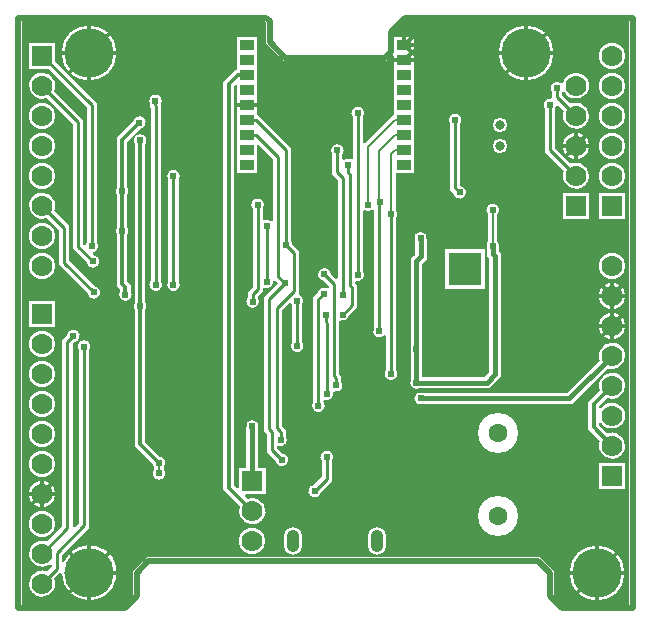
<source format=gbr>
G04 ================== begin FILE IDENTIFICATION RECORD ==================*
G04 Layout Name:  STEVAL-STLCX01V1.brd*
G04 Film Name:    STEVAL-STLCX01V1-06BOT.GBR*
G04 File Format:  Gerber RS274X*
G04 File Origin:  Cadence Allegro 16.5-P002*
G04 Origin Date:  Mon May 16 11:09:18 2016*
G04 *
G04 Layer:  VIA CLASS/BOTTOM*
G04 Layer:  PIN/BOTTOM*
G04 Layer:  ETCH/BOTTOM*
G04 Layer:  BOARD GEOMETRY/TOOLING_CORNERS*
G04 *
G04 Offset:    (0.0000 0.0000)*
G04 Mirror:    No*
G04 Mode:      Positive*
G04 Rotation:  0*
G04 FullContactRelief:  No*
G04 UndefLineWidth:     0.0000*
G04 ================== end FILE IDENTIFICATION RECORD ====================*
%FSLAX25Y25*MOMM*%
%IR0*IPPOS*OFA0.00000B0.00000*MIA0B0*SFA1.00000B1.00000*%
%ADD15R,1.2X.89*%
%ADD17C,.8*%
%ADD13C,.6096*%
%ADD14O,1.05X1.9*%
%ADD16C,1.6*%
%ADD12C,4.191*%
%ADD10C,1.778*%
%ADD11R,1.778X1.778*%
%ADD18C,.2*%
%ADD19C,.3*%
%ADD20C,.4*%
%ADD21C,.5*%
%ADD22C,.25*%
%ADD24C,3.4004*%
%ADD27R,2.2324X2.2324*%
%ADD26C,2.2324*%
%ADD29C,1.2544*%
%ADD23O,1.5044X2.3544*%
%ADD28C,4.6454*%
%ADD25R,3.3544X3.3544*%
G75*
%LPD*%
G75*
G36*
G01X2595460Y1763830D02*
G03X2662660Y1822590I14544J51173D01*
G02X2675480Y1833820I10054J1456D01*
G03X2732520Y1916970I14519J51180D01*
G01Y1965590D01*
X2713520Y1984590D01*
Y2425340D01*
G02X2727100Y2434900I10159J-6D01*
G03X2797430Y2475980I17899J50099D01*
G01X2797700Y2477570D01*
X2867520Y2547390D01*
Y2732610D01*
X2852040Y2748090D01*
Y2759980D01*
G02X2863850Y2770010I10160J4D01*
G03X2915020Y2854470I8648J52491D01*
G01Y3362070D01*
G02X2930760Y3370550I10158J-7D01*
G03X2995530Y3375410I29232J44449D01*
G02X3012480Y3367850I6789J-7561D01*
G01Y2374740D01*
G03X3094730Y2307390I42526J-31964D01*
G02X3112480Y2300640I7590J-6753D01*
G01Y2016970D01*
G03X3197520I42520J-31970D01*
G01Y3303030D01*
G03X3195020Y3370050I-42521J31971D01*
G01Y3684780D01*
X3347720D01*
Y4835220D01*
X3180000D01*
Y4867570D01*
X3282430Y4970000D01*
X5170000D01*
Y30000D01*
X4612430D01*
X4530000Y112430D01*
Y312430D01*
X4412430Y430000D01*
X1087570D01*
X970000Y312430D01*
Y112430D01*
X887570Y30000D01*
X30000D01*
Y4970000D01*
X2087570D01*
X2100000Y4957570D01*
Y4777570D01*
X2247570Y4630000D01*
X3112430D01*
X3164940Y4682510D01*
G02X3182280Y4675320I7180J-7188D01*
G01Y4173020D01*
X3171420D01*
X2932360Y3933960D01*
G02X2915020Y3941140I-7181J7186D01*
G01Y4160530D01*
G03X2829980I-42520J31970D01*
G01Y3807900D01*
G02X2815040Y3798940I-10159J4D01*
G03X2758660Y3794990I-25040J-46940D01*
G02X2742520Y3803200I-5981J8213D01*
G01Y3843030D01*
G03X2657480I-42520J31970D01*
G01Y3674940D01*
X2705030Y3627390D01*
Y2794630D01*
G02X2687690Y2787450I-10158J3D01*
G01X2642700Y2832430D01*
X2642430Y2834020D01*
G03X2580980Y2772570I-52430J-9020D01*
G01X2582570Y2772300D01*
X2628480Y2726390D01*
Y2713890D01*
G02X2612980Y2705250I-10159J2D01*
G03X2532570Y2669020I-27979J-45249D01*
G01X2532300Y2667430D01*
X2497480Y2632610D01*
Y1744970D01*
G03X2583450Y1743700I42522J-31970D01*
G01X2582520Y1745020D01*
Y1754050D01*
G02X2595460Y1763830I10161J6D01*
G37*
%LPC*%
G75*
G36*
G01X367520Y396670D02*
G03X387000Y392620I10161J0D01*
G02X367920Y290670I213000J-92624D01*
G03X350580Y297450I-10153J-403D01*
G01X303080Y249950D01*
X304260Y246870D01*
G02X242910Y310040I-104255J-39875D01*
G01X282480Y349610D01*
Y363020D01*
G03X266290Y371190I-10158J-3D01*
G02X239870Y565260I-66287J89809D01*
G01X242950Y564080D01*
X372480Y693610D01*
Y2272610D01*
X412300Y2312430D01*
X412570Y2314020D01*
G02X474020Y2252570I52430J-9020D01*
G01X472430Y2252300D01*
X457520Y2237390D01*
Y687180D01*
G03X474860Y680000I10158J3D01*
G01X512480Y717610D01*
Y2183030D01*
G02X597520I42520J31970D01*
G01Y682390D01*
X367520Y452390D01*
Y396670D01*
G37*
G36*
G01X4615740Y4208870D02*
X4616920Y4211950D01*
X4570000Y4258870D01*
G03X4552740Y4253020I-7187J-7181D01*
G02X4542520Y4228030I-52739J6984D01*
G01Y3898610D01*
X4677090Y3764040D01*
G02X4615740Y3700870I42905J-103045D01*
G01X4616920Y3703950D01*
X4457480Y3863390D01*
Y4228030D01*
G02X4504890Y4312980I42521J31974D01*
G03X4515980Y4323090I932J10115D01*
G01Y4371530D01*
G02X4594440Y4442730I42520J31975D01*
G03X4611200Y4447950I6860J7490D01*
G02X4620270Y4372870I108799J-24944D01*
G03X4602740Y4373950I-9079J-4558D01*
G02X4601020Y4371530I-44206J29598D01*
G01Y4348110D01*
X4677090Y4272040D01*
G02X4615740Y4208870I42905J-103045D01*
G37*
G36*
G01X3740520Y4101030D02*
Y3573080D01*
X3744680Y3572310D01*
G02X3682570Y3510980I-9681J-52311D01*
G01X3682300Y3512570D01*
X3655480Y3539390D01*
Y4101030D01*
G02X3740520I42520J31970D01*
G37*
G36*
G01X577480Y3096970D02*
Y4239390D01*
X251490Y4565380D01*
X88380D01*
Y4788620D01*
X311620D01*
Y4625510D01*
X662520Y4274610D01*
Y3096970D01*
G02X633310Y3013490I-42521J-31972D01*
G03X628660Y2996470I2536J-9838D01*
G01X637430Y2987700D01*
X639020Y2987430D01*
G02X577570Y2925980I-9020J-52430D01*
G01X577300Y2927570D01*
X462480Y3042390D01*
Y4100390D01*
X242950Y4319920D01*
X239870Y4318740D01*
G02X304260Y4383130I-39870J104260D01*
G01X303080Y4380050D01*
X547520Y4135610D01*
Y3077610D01*
X551470Y3073660D01*
G03X568490Y3078310I7182J7186D01*
G02X577480Y3096970I51506J-13319D01*
G37*
G36*
G01X1117480Y4263030D02*
G02X1204520Y4265880I42520J31971D01*
G01Y2769970D01*
G02X1119480I-42520J-31970D01*
G01Y4237390D01*
X1117480Y4239390D01*
Y4263030D01*
G37*
G36*
G01X1355020Y3625530D02*
Y2769470D01*
G02X1269980I-42520J-31970D01*
G01Y3625530D01*
G02X1355020I42520J31970D01*
G37*
G36*
G01X427520Y3239610D02*
Y2942610D01*
X644930Y2725200D01*
X646520Y2724930D01*
G02X585070Y2663480I-9020J-52430D01*
G01X584800Y2665070D01*
X342480Y2907390D01*
Y3204390D01*
X242950Y3303920D01*
X239870Y3302740D01*
G02X304260Y3367130I-39870J104260D01*
G01X303080Y3364050D01*
X427520Y3239610D01*
G37*
G36*
G01X1037120Y4059440D02*
X1035770Y4059100D01*
X922520Y3945850D01*
Y3558350D01*
G02Y3501650I-45020J-28350D01*
G01Y3220850D01*
G02Y3164150I-45020J-28350D01*
G01Y2764130D01*
X950020Y2736630D01*
Y2683350D01*
G02X859270Y2682180I-45017J-28350D01*
G01X859980Y2683380D01*
Y2699330D01*
X832480Y2726830D01*
Y3164150D01*
G02Y3220850I45020J28350D01*
G01Y3501650D01*
G02Y3558350I45020J28350D01*
G01Y3983150D01*
X972100Y4122770D01*
X972440Y4124120D01*
G02X1037120Y4059440I51560J-13120D01*
G37*
G36*
G01X2657520Y1229630D02*
Y1079890D01*
X2560200Y982570D01*
X2559930Y980980D01*
G02X2498480Y1042430I-52430J9020D01*
G01X2500070Y1042700D01*
X2572480Y1115110D01*
Y1194410D01*
X2567480Y1199410D01*
Y1248030D01*
G02X2653450Y1249300I42522J31970D01*
G01X2652520Y1247990D01*
Y1234630D01*
X2657520Y1229630D01*
G37*
G36*
G01X1918630Y945040D02*
X1939580Y924090D01*
X1942600Y925170D01*
G02X1875940Y860390I37398J-105171D01*
G01X1734980Y1001350D01*
Y4457150D01*
X1836850Y4559020D01*
X1852280D01*
Y4835220D01*
X2017720D01*
Y4175520D01*
X2027110D01*
X2307520Y3895110D01*
Y3106970D01*
G02X2317430Y3084020I-42518J-31974D01*
G01X2317700Y3082430D01*
X2377520Y3022610D01*
Y2667390D01*
X2376200Y2666070D01*
G03X2379640Y2649440I7185J-7185D01*
G02X2402520Y2568030I-19641J-49440D01*
G01Y2251970D01*
G02X2317480I-42520J-31970D01*
G01Y2568030D01*
G02X2310560Y2580360I42520J31971D01*
G03X2293930Y2583800I-9445J-3745D01*
G01X2232520Y2522390D01*
Y1540130D01*
X2255880Y1516770D01*
Y1512230D01*
X2262520Y1505590D01*
Y1456970D01*
G02X2201260Y1375210I-42522J-31970D01*
G03X2187520Y1365700I-3580J-9508D01*
G01Y1357610D01*
X2237430Y1307700D01*
X2239020Y1307430D01*
G02X2177570Y1245980I-9020J-52430D01*
G01X2177300Y1247570D01*
X2102480Y1322390D01*
Y1477390D01*
X2077480Y1502390D01*
Y2632610D01*
X2194870Y2750000D01*
X2172950Y2771920D01*
G03X2155620Y2764370I-7178J-7189D01*
G02X2081650Y2713480I-53168J-1922D01*
G03X2067520Y2704130I-3972J-9350D01*
G01Y2682820D01*
X2025070Y2640370D01*
Y2627010D01*
X2026000Y2625700D01*
G02X1940030Y2626970I-43448J-30700D01*
G01Y2675590D01*
X1982480Y2718040D01*
Y3383030D01*
G02X2067520I42520J31970D01*
G01Y3293320D01*
G03X2081650Y3283970I10158J0D01*
G02X2139710Y3272980I20801J-48968D01*
G03X2156980Y3280230I7112J7253D01*
G01Y3800890D01*
X2035060Y3922800D01*
G03X2017720Y3915620I-7182J-7183D01*
G01Y3684780D01*
X1852280D01*
Y4422580D01*
G03X1834940Y4429770I-10159J4D01*
G01X1825020Y4419850D01*
Y1038650D01*
X1851040Y1012630D01*
G03X1868380Y1019820I7181J7186D01*
G01Y1185620D01*
X1929980D01*
Y1521860D01*
X1929700Y1522670D01*
G02X2030300I50300J17330D01*
G01X2030020Y1521860D01*
Y1185620D01*
X2091620D01*
Y962380D01*
X1925820D01*
G03X1918630Y945040I-4J-10159D01*
G37*
G36*
G01X1230020Y1194900D02*
Y1175100D01*
X1231170Y1173700D01*
G02X1148830I-41170J-33700D01*
G01X1149980Y1175100D01*
Y1194900D01*
X1148830Y1196300D01*
G02X1138440Y1216880I41170J33698D01*
G01X1138100Y1218230D01*
X984980Y1371350D01*
Y2526650D01*
G02Y2583350I45020J28350D01*
G01Y3931650D01*
G02X1075020I45020J28350D01*
G01Y2583350D01*
G02Y2526650I-45020J-28350D01*
G01Y1408650D01*
X1201770Y1281900D01*
X1203120Y1281560D01*
G02X1231170Y1196300I-13118J-51560D01*
G01X1230020Y1194900D01*
G37*
G36*
G01X4085020Y3000240D02*
Y1959280D01*
X3985720Y1859980D01*
X3388140D01*
X3387330Y1859700D01*
G02X3319700Y1927330I-17330J50300D01*
G01X3319980Y1928140D01*
Y2171860D01*
X3319700Y2172670D01*
G02Y2207330I50300J17330D01*
G01X3319980Y2208140D01*
Y2958970D01*
X3360460Y2999450D01*
Y3020550D01*
X3354980Y3026030D01*
Y3116860D01*
X3354700Y3117670D01*
G02X3455300I50300J17330D01*
G01X3455020Y3116860D01*
Y3067470D01*
X3460500Y3061990D01*
Y2958010D01*
X3420020Y2917530D01*
Y2208140D01*
X3420300Y2207330D01*
G02Y2172670I-50300J-17330D01*
G01X3420020Y2171860D01*
Y1960020D01*
X3944280D01*
X3984980Y2000720D01*
Y2958800D01*
X3964980Y2978800D01*
Y3051860D01*
X3964700Y3052670D01*
G02X3974980Y3105050I50299J17327D01*
G01Y3336290D01*
G02X4055020I40020J35050D01*
G01Y3105050D01*
G02X4065300Y3052670I-40019J-35053D01*
G01X4065020Y3051860D01*
Y3020240D01*
X4085020Y3000240D01*
G37*
G36*
G01X4824980Y1512350D02*
Y1745650D01*
X4921940Y1842610D01*
G02X4988600Y1777830I104058J40391D01*
G01X4985580Y1778910D01*
X4915020Y1708350D01*
Y1697300D01*
G03X4933590Y1691610I10159J7D01*
G02Y1566390I92410J-62610D01*
G03X4915020Y1560700I-8411J-5697D01*
G01Y1549650D01*
X4985580Y1479090D01*
X4988600Y1480170D01*
G02X4921940Y1415390I37398J-105171D01*
G01X4824980Y1512350D01*
G37*
G36*
G01X3423140Y1825020D02*
X4643280D01*
X4920040Y2101780D01*
X4919160Y2104690D01*
G02X4993690Y2030160I106840J32310D01*
G01X4990780Y2031040D01*
X4684720Y1724980D01*
X3423140D01*
X3422330Y1724700D01*
G02Y1825300I-17330J50300D01*
G01X3423140Y1825020D01*
G37*
G54D24*
X4060000Y780000D03*
Y1480000D03*
G54D27*
X200000Y2493000D03*
X4720000Y3407000D03*
X5026000D03*
Y1121000D03*
G54D26*
X200000Y715000D03*
Y969000D03*
Y1223000D03*
Y1477000D03*
Y1731000D03*
Y1985000D03*
Y2239000D03*
Y3153000D03*
Y2899000D03*
Y3915000D03*
Y3661000D03*
Y4169000D03*
X1980000Y566000D03*
X4720000Y3915000D03*
X5026000Y4677000D03*
Y4423000D03*
Y4169000D03*
Y3915000D03*
Y3661000D03*
Y2899000D03*
Y2645000D03*
Y2391000D03*
G54D29*
X4080000Y3910000D03*
Y4090000D03*
G54D23*
X3037500Y565000D03*
X2322500D03*
G54D28*
X600000Y4700000D03*
X4900000Y300000D03*
X4300000Y4700000D03*
G54D25*
X3780000Y2870000D03*
%LPD*%
G75*
G36*
G01X3645000Y3005000D02*
Y2735000D01*
X3915000D01*
Y3005000D01*
X3645000D01*
G37*
G54D10*
X200000Y207000D03*
Y461000D03*
Y715000D03*
Y969000D03*
Y1223000D03*
Y1477000D03*
Y1731000D03*
Y1985000D03*
Y2239000D03*
Y3153000D03*
Y2899000D03*
Y3915000D03*
Y3661000D03*
Y3407000D03*
Y4423000D03*
Y4169000D03*
X1980000Y566000D03*
Y820000D03*
X4720000Y3661000D03*
Y3915000D03*
Y4423000D03*
Y4169000D03*
X5026000Y1375000D03*
Y1629000D03*
Y1883000D03*
Y2137000D03*
Y2391000D03*
Y2645000D03*
Y2899000D03*
Y3661000D03*
Y3915000D03*
Y4169000D03*
Y4423000D03*
Y4677000D03*
G54D20*
G01X1980000Y1074000D02*
Y1540000D01*
G01X5026000Y2137000D02*
X4664000Y1775000D01*
X3405000D01*
G01Y3135000D02*
Y3046750D01*
X3410480Y3041270D01*
Y2978730D01*
X3370000Y2938250D01*
Y2190000D01*
G01Y1910000D02*
Y2190000D01*
G01X4015000Y3070000D02*
Y2999520D01*
X4035000Y2979520D01*
Y1980000D01*
X3965000Y1910000D01*
X3370000D01*
G54D11*
X200000Y2493000D03*
Y4677000D03*
X1980000Y1074000D03*
X4720000Y3407000D03*
X5026000Y1121000D03*
Y3407000D03*
G54D21*
G01X5200000Y0D02*
Y5000000D01*
X3270000D01*
X3150000Y4880000D01*
Y4710000D01*
X3100000Y4660000D01*
X2260000D01*
X2130000Y4790000D01*
Y4970000D01*
X2100000Y5000000D01*
X0D01*
Y0D01*
X900000D01*
X1000000Y100000D01*
Y300000D01*
X1100000Y400000D01*
X4400000D01*
X4500000Y300000D01*
Y100000D01*
X4600000Y0D01*
X5200000D01*
G54D12*
X600000Y300000D03*
Y4700000D03*
X4900000Y300000D03*
X4300000Y4700000D03*
G54D22*
G01X200000Y461000D02*
X415000Y676000D01*
Y2255000D01*
X465000Y2305000D01*
G01X555000Y2215000D02*
Y700000D01*
X325000Y470000D01*
Y332000D01*
X200000Y207000D01*
G01Y3407000D02*
X385000Y3222000D01*
Y2925000D01*
X637500Y2672500D01*
G01X620000Y3065000D02*
Y4257000D01*
X200000Y4677000D01*
G01Y4423000D02*
X505000Y4118000D01*
Y3060000D01*
X630000Y2935000D01*
G01X1160000Y4295000D02*
Y4257000D01*
X1162000Y4255000D01*
Y2738000D01*
G01X1312500Y2737500D02*
Y3657500D01*
G01X2220000Y1425000D02*
Y1487980D01*
X2213360Y1494620D01*
Y1499160D01*
X2190000Y1522520D01*
Y2540000D01*
X2335000Y2685000D01*
Y3005000D01*
X2265000Y3075000D01*
G01X2255000Y2750000D02*
X2120000Y2615000D01*
Y1520000D01*
X2145000Y1495000D01*
Y1340000D01*
X2230000Y1255000D01*
G01X2360000Y2600000D02*
Y2220000D01*
G01X1935000Y4006000D02*
X2012000D01*
X2199500Y3818500D01*
Y3236680D01*
X2199980Y3236200D01*
Y3102610D01*
X2199500Y3102130D01*
Y2805500D01*
X2255000Y2750000D01*
G01X2025000Y3415000D02*
Y2700430D01*
X1982550Y2657980D01*
Y2595000D01*
G01X2102450Y3235000D02*
Y2762450D01*
G01X1935000Y4133000D02*
X2009500D01*
X2265000Y3877500D01*
Y3075000D01*
G01X2610000Y1280000D02*
Y1217020D01*
X2615000Y1212020D01*
Y1097500D01*
X2507500Y990000D01*
G01X2690000Y1885000D02*
Y1947980D01*
X2671000Y1966980D01*
Y2744000D01*
X2590000Y2825000D01*
G01X2540000Y1713000D02*
Y2615000D01*
X2585000Y2660000D01*
G01X2605000Y2482550D02*
Y2419570D01*
X2610000Y2414570D01*
Y1910540D01*
X2609520Y1910060D01*
Y1875960D01*
X2610000Y1875480D01*
Y1815000D01*
G01X3155000Y1985000D02*
Y3335000D01*
G01X3055000Y2342770D02*
Y3440000D01*
G01X2790000Y3752000D02*
Y3689020D01*
X2809520Y3669500D01*
Y2730480D01*
X2825000Y2715000D01*
Y2565000D01*
X2745000Y2485000D01*
G01X2872500Y4192500D02*
Y2822500D01*
G01X2700000Y3875000D02*
Y3692550D01*
X2747550Y3645000D01*
Y2655000D01*
G01X3698000Y4133000D02*
Y3557000D01*
X3735000Y3520000D01*
G01X4500000Y4260000D02*
Y3881000D01*
X4720000Y3661000D01*
G01X4558500Y4403500D02*
Y4330500D01*
X4720000Y4169000D01*
G54D13*
X645000Y1370000D03*
Y2440000D03*
X465000Y2305000D03*
X555000Y2215000D03*
X905000Y2655000D03*
X877500Y3192500D03*
X637500Y2672500D03*
X630000Y2935000D03*
X620000Y3065000D03*
X877500Y3530000D03*
X1370000Y845000D03*
X1140000Y655000D03*
X1520000Y650000D03*
X1490000Y1365000D03*
X1175000Y1375000D03*
X1190000Y1140000D03*
X1610000Y985000D03*
X1190000Y1230000D03*
X1120000Y2440000D03*
X1030000Y2555000D03*
X1162000Y2738000D03*
X1312500Y2737500D03*
X1030000Y3960000D03*
X1312500Y3657500D03*
X1160000Y4295000D03*
X1024000Y4111000D03*
X2300000Y825000D03*
X2090000Y1260000D03*
X2175000Y1105000D03*
X1980000Y1540000D03*
X2230000Y1255000D03*
X2220000Y1425000D03*
X2360000Y2220000D03*
Y2600000D03*
X1982550Y2595000D03*
X2265000Y3075000D03*
X2255000Y2750000D03*
X2102450Y2762450D03*
X2025000Y3415000D03*
X2102450Y3235000D03*
X2057250Y4307750D03*
X3070000Y830000D03*
X2610000Y1280000D03*
X2790000Y985000D03*
X2910000Y970000D03*
X2507500Y990000D03*
X2690000Y1885000D03*
X3055000Y2342770D03*
X2540000Y1713000D03*
X2610000Y1815000D03*
X3155000Y1985000D03*
X2605000Y2482550D03*
X2585000Y2660000D03*
X2590000Y2825000D03*
X2747550Y2655000D03*
X2872500Y2822500D03*
X2745000Y2485000D03*
X3060000Y3435000D03*
X3155000Y3335000D03*
X2960000Y3415000D03*
X2700000Y3875000D03*
X2790000Y3752000D03*
X2600000Y4050000D03*
Y4335000D03*
X2872500Y4192500D03*
X3370000Y2190000D03*
Y1910000D03*
X3405000Y1775000D03*
X3475000Y2905000D03*
X3335000Y3010000D03*
X3405000Y3135000D03*
X3260000Y2475000D03*
X3870000Y3170000D03*
X3560000Y2590000D03*
X3780000Y2870000D03*
X3700000Y2950000D03*
X3695000Y2790000D03*
X3860000D03*
Y2950000D03*
X3735000Y3520000D03*
X3698000Y4133000D03*
X3405000Y4910000D03*
X4470000Y920000D03*
X4710000Y1655000D03*
X4255000Y1175000D03*
X4635000Y1980000D03*
X4250000D03*
X4350000Y2885000D03*
X4585000Y2880000D03*
X4015000Y3070000D03*
Y3371340D03*
X4558500Y4403500D03*
X4500000Y4260000D03*
G54D14*
X2322500Y565000D03*
X3037500D03*
G54D15*
X1935000Y3752000D03*
Y3879000D03*
Y4006000D03*
Y4133000D03*
Y4260000D03*
Y4387000D03*
Y4514000D03*
Y4641000D03*
Y4768000D03*
X3265000Y3879000D03*
Y3752000D03*
Y4641000D03*
Y4514000D03*
Y4387000D03*
Y4260000D03*
Y4133000D03*
Y4006000D03*
Y4768000D03*
G54D16*
X4060000Y780000D03*
Y1480000D03*
G54D17*
X4080000Y3910000D03*
Y4090000D03*
G54D18*
G01X1520000Y650000D02*
Y895000D01*
X1610000Y985000D01*
G01X1190000Y1140000D02*
Y1230000D01*
G01X3265000Y3879000D02*
X3190500D01*
X3155000Y3843500D01*
Y3335000D01*
G01X3265000Y4006000D02*
X3190500D01*
X3055000Y3870500D01*
Y3440000D01*
G01X3060000Y3435000D02*
X3055000Y3440000D01*
G01X3265000Y4133000D02*
X3188000D01*
X2960000Y3905000D01*
Y3415000D01*
G01X3845000Y2965000D02*
X3860000Y2950000D01*
G01X3845000Y2970000D02*
Y2965000D01*
G01X4015000Y3371340D02*
Y3070000D01*
G54D19*
G01X112400Y881400D02*
X200000Y969000D01*
G01X83300D02*
X200000D01*
G01X427090Y127090D02*
X600000Y300000D01*
G01Y62650D02*
Y300000D01*
G01X200000Y852300D02*
Y969000D01*
G01X427090Y472910D02*
X600000Y300000D01*
G01D02*
X772910Y472910D01*
G01X600000Y300000D02*
X837350D01*
G01X600000D02*
Y537350D01*
G01X200000Y969000D02*
X287600Y1056600D01*
G01X200000Y969000D02*
X316700D01*
G01X200000D02*
Y1085700D01*
G01X877500Y3192500D02*
Y2745480D01*
X905000Y2717980D01*
Y2655000D01*
G01X877500Y3192500D02*
Y3530000D01*
G01D02*
Y3964500D01*
X1024000Y4111000D01*
G01X600000Y4700000D02*
X772910Y4872910D01*
G01X427090Y4527090D02*
X600000Y4700000D01*
G01D02*
X837350D01*
G01X362650D02*
X600000D01*
G01D02*
Y4937350D01*
G01Y4462650D02*
Y4700000D01*
G01X1190000Y1230000D02*
X1030000Y1390000D01*
Y2555000D01*
G01D02*
Y3960000D01*
G01X1935000Y4514000D02*
X1855500D01*
X1780000Y4438500D01*
Y1020000D01*
X1980000Y820000D01*
G01X1935000Y4260000D02*
X2022800D01*
G01X1847200D02*
X1935000D01*
G01X3177200Y4641000D02*
X3265000D01*
G01D02*
X3352800Y4713300D01*
G01X3265000Y4641000D02*
X3352800D01*
G01X3265000Y4768000D02*
X3352800Y4695700D01*
G01X3265000Y4768000D02*
X3352800Y4840300D01*
G01X3265000Y4768000D02*
X3352800D01*
G01X3265000D02*
Y4840300D01*
G01X4727090Y127090D02*
X4900000Y300000D01*
G01X4662650D02*
X4900000D01*
G01X4720000Y3915000D02*
X4807600Y4002600D01*
G01X4632400Y3827400D02*
X4720000Y3915000D01*
G01D02*
X4836700D01*
G01X4603300D02*
X4720000D01*
G01D02*
Y4031700D01*
G01Y3798300D02*
Y3915000D01*
G01X4300000Y4700000D02*
X4472910Y4872910D01*
G01X4127090Y4527090D02*
X4300000Y4700000D01*
G01D02*
X4537350D01*
G01X4062650D02*
X4300000D01*
G01D02*
Y4937350D01*
G01Y4462650D02*
Y4700000D01*
G01X4900000Y62650D02*
Y300000D01*
G01D02*
X5072910Y472910D01*
G01X4900000Y300000D02*
X5137350D01*
G01X4900000D02*
Y537350D01*
G01X5026000Y1375000D02*
X4870000Y1531000D01*
Y1727000D01*
X5026000Y1883000D01*
G01Y2391000D02*
X5113600Y2478600D01*
G01X4938400Y2303400D02*
X5026000Y2391000D01*
G01D02*
X5142700D01*
G01X4909300D02*
X5026000D01*
G01D02*
Y2507700D01*
G01Y2274300D02*
Y2391000D01*
G01X4938400Y2732600D02*
X5026000Y2645000D01*
G01D02*
X5113600Y2732600D01*
G01X5026000Y2645000D02*
X5142700D01*
G01X4909300D02*
X5026000D01*
G01D02*
Y2761700D01*
G01Y2528300D02*
Y2645000D01*
M02*

</source>
